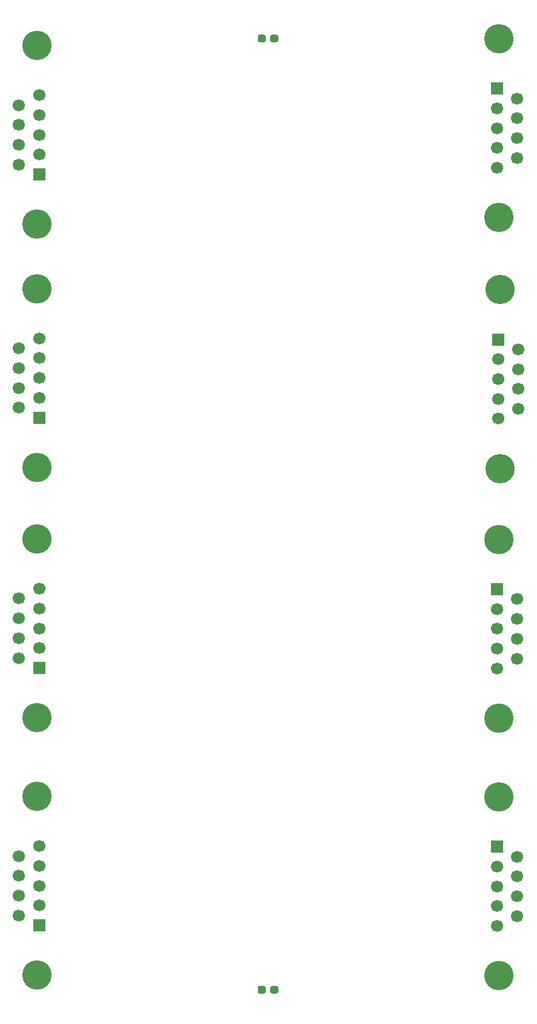
<source format=gbr>
%TF.GenerationSoftware,KiCad,Pcbnew,(5.1.6)-1*%
%TF.CreationDate,2021-06-01T12:00:34+02:00*%
%TF.ProjectId,CAN,43414e2e-6b69-4636-9164-5f7063625858,rev?*%
%TF.SameCoordinates,Original*%
%TF.FileFunction,Soldermask,Top*%
%TF.FilePolarity,Negative*%
%FSLAX46Y46*%
G04 Gerber Fmt 4.6, Leading zero omitted, Abs format (unit mm)*
G04 Created by KiCad (PCBNEW (5.1.6)-1) date 2021-06-01 12:00:34*
%MOMM*%
%LPD*%
G01*
G04 APERTURE LIST*
%ADD10C,4.100000*%
%ADD11C,1.700000*%
%ADD12R,1.700000X1.700000*%
G04 APERTURE END LIST*
D10*
%TO.C,J8*%
X155300000Y-137040000D03*
X155300000Y-162040000D03*
D11*
X157840000Y-153695000D03*
X157840000Y-150925000D03*
X157840000Y-148155000D03*
X157840000Y-145385000D03*
X155000000Y-155080000D03*
X155000000Y-152310000D03*
X155000000Y-149540000D03*
X155000000Y-146770000D03*
D12*
X155000000Y-144000000D03*
%TD*%
D10*
%TO.C,J7*%
X155300000Y-101040000D03*
X155300000Y-126040000D03*
D11*
X157840000Y-117695000D03*
X157840000Y-114925000D03*
X157840000Y-112155000D03*
X157840000Y-109385000D03*
X155000000Y-119080000D03*
X155000000Y-116310000D03*
X155000000Y-113540000D03*
X155000000Y-110770000D03*
D12*
X155000000Y-108000000D03*
%TD*%
D10*
%TO.C,J6*%
X155460000Y-66115000D03*
X155460000Y-91115000D03*
D11*
X158000000Y-82770000D03*
X158000000Y-80000000D03*
X158000000Y-77230000D03*
X158000000Y-74460000D03*
X155160000Y-84155000D03*
X155160000Y-81385000D03*
X155160000Y-78615000D03*
X155160000Y-75845000D03*
D12*
X155160000Y-73075000D03*
%TD*%
D10*
%TO.C,J5*%
X155300000Y-31040000D03*
X155300000Y-56040000D03*
D11*
X157840000Y-47695000D03*
X157840000Y-44925000D03*
X157840000Y-42155000D03*
X157840000Y-39385000D03*
X155000000Y-49080000D03*
X155000000Y-46310000D03*
X155000000Y-43540000D03*
X155000000Y-40770000D03*
D12*
X155000000Y-38000000D03*
%TD*%
D10*
%TO.C,J4*%
X90700000Y-161960000D03*
X90700000Y-136960000D03*
D11*
X88160000Y-145305000D03*
X88160000Y-148075000D03*
X88160000Y-150845000D03*
X88160000Y-153615000D03*
X91000000Y-143920000D03*
X91000000Y-146690000D03*
X91000000Y-149460000D03*
X91000000Y-152230000D03*
D12*
X91000000Y-155000000D03*
%TD*%
D10*
%TO.C,J2*%
X90700000Y-90960000D03*
X90700000Y-65960000D03*
D11*
X88160000Y-74305000D03*
X88160000Y-77075000D03*
X88160000Y-79845000D03*
X88160000Y-82615000D03*
X91000000Y-72920000D03*
X91000000Y-75690000D03*
X91000000Y-78460000D03*
X91000000Y-81230000D03*
D12*
X91000000Y-84000000D03*
%TD*%
D10*
%TO.C,J1*%
X90700000Y-56960000D03*
X90700000Y-31960000D03*
D11*
X88160000Y-40305000D03*
X88160000Y-43075000D03*
X88160000Y-45845000D03*
X88160000Y-48615000D03*
X91000000Y-38920000D03*
X91000000Y-41690000D03*
X91000000Y-44460000D03*
X91000000Y-47230000D03*
D12*
X91000000Y-50000000D03*
%TD*%
D10*
%TO.C,J3*%
X90700000Y-125960000D03*
X90700000Y-100960000D03*
D11*
X88160000Y-109305000D03*
X88160000Y-112075000D03*
X88160000Y-114845000D03*
X88160000Y-117615000D03*
X91000000Y-107920000D03*
X91000000Y-110690000D03*
X91000000Y-113460000D03*
X91000000Y-116230000D03*
D12*
X91000000Y-119000000D03*
%TD*%
%TO.C,R2*%
G36*
G01*
X123300000Y-164262500D02*
X123300000Y-163737500D01*
G75*
G02*
X123562500Y-163475000I262500J0D01*
G01*
X124187500Y-163475000D01*
G75*
G02*
X124450000Y-163737500I0J-262500D01*
G01*
X124450000Y-164262500D01*
G75*
G02*
X124187500Y-164525000I-262500J0D01*
G01*
X123562500Y-164525000D01*
G75*
G02*
X123300000Y-164262500I0J262500D01*
G01*
G37*
G36*
G01*
X121550000Y-164262500D02*
X121550000Y-163737500D01*
G75*
G02*
X121812500Y-163475000I262500J0D01*
G01*
X122437500Y-163475000D01*
G75*
G02*
X122700000Y-163737500I0J-262500D01*
G01*
X122700000Y-164262500D01*
G75*
G02*
X122437500Y-164525000I-262500J0D01*
G01*
X121812500Y-164525000D01*
G75*
G02*
X121550000Y-164262500I0J262500D01*
G01*
G37*
%TD*%
%TO.C,R1*%
G36*
G01*
X123300000Y-31262500D02*
X123300000Y-30737500D01*
G75*
G02*
X123562500Y-30475000I262500J0D01*
G01*
X124187500Y-30475000D01*
G75*
G02*
X124450000Y-30737500I0J-262500D01*
G01*
X124450000Y-31262500D01*
G75*
G02*
X124187500Y-31525000I-262500J0D01*
G01*
X123562500Y-31525000D01*
G75*
G02*
X123300000Y-31262500I0J262500D01*
G01*
G37*
G36*
G01*
X121550000Y-31262500D02*
X121550000Y-30737500D01*
G75*
G02*
X121812500Y-30475000I262500J0D01*
G01*
X122437500Y-30475000D01*
G75*
G02*
X122700000Y-30737500I0J-262500D01*
G01*
X122700000Y-31262500D01*
G75*
G02*
X122437500Y-31525000I-262500J0D01*
G01*
X121812500Y-31525000D01*
G75*
G02*
X121550000Y-31262500I0J262500D01*
G01*
G37*
%TD*%
M02*

</source>
